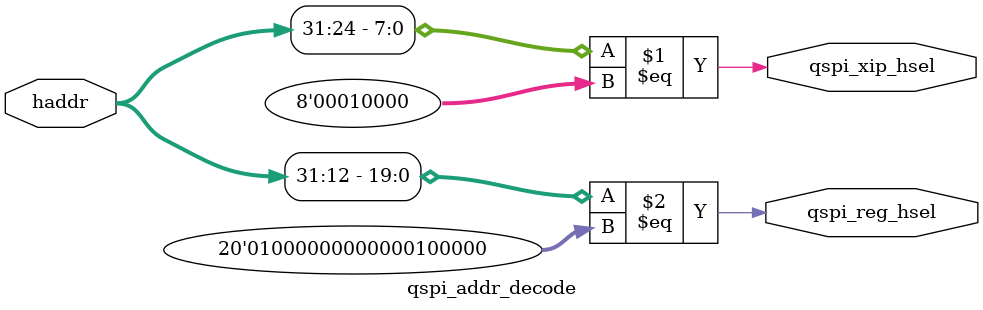
<source format=v>

`timescale 1ns/1ps

module qspi_addr_decode #(
    parameter XIP_BASE_ADDR  = 32'h1000_0000,
    parameter XIP_SIZE_MASK  = 32'h00FF_FFFF,  // 16MB
    parameter REG_BASE_ADDR  = 32'h4002_0000,
    parameter REG_SIZE_MASK  = 32'h0000_0FFF   // 4KB
)(
    input  wire [31:0]  haddr,
    
    // QSPI Selection signals
    output wire         qspi_xip_hsel,    // XIP read access
    output wire         qspi_reg_hsel     // Register access
);

    // =========================================================================
    // QSPI XIP Decode
    // Address: 0x1000_0000 - 0x10FF_FFFF (16MB)
    // Check upper 8 bits = 0x10
    // =========================================================================
    assign qspi_xip_hsel = (haddr[31:24] == XIP_BASE_ADDR[31:24]);

    // =========================================================================
    // QSPI Register Decode  
    // Address: 0x4002_0000 - 0x4002_0FFF (4KB)
    // Check upper 20 bits = 0x4002_0
    // =========================================================================
    assign qspi_reg_hsel = (haddr[31:12] == REG_BASE_ADDR[31:12]);

endmodule

</source>
